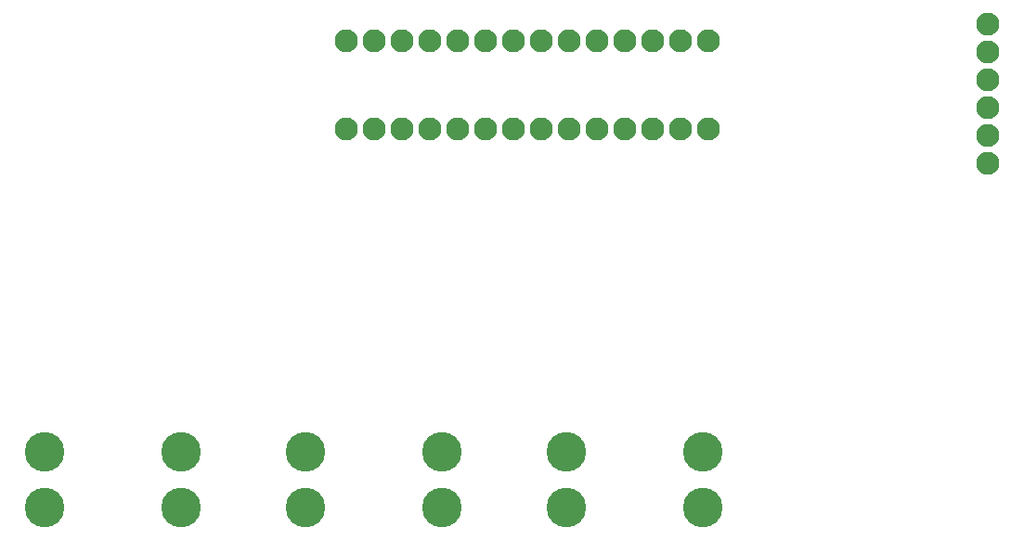
<source format=gbs>
G04 Layer: BottomSolderMaskLayer*
G04 EasyEDA v6.5.22, 2024-08-28 16:03:03*
G04 fc1e3732016e4acc899c86b879ae2791,10*
G04 Gerber Generator version 0.2*
G04 Scale: 100 percent, Rotated: No, Reflected: No *
G04 Dimensions in millimeters *
G04 leading zeros omitted , absolute positions ,4 integer and 5 decimal *
%FSLAX45Y45*%
%MOMM*%

%ADD10C,2.1016*%
%ADD11C,3.6016*%

%LPD*%
D10*
G01*
X3348990Y3999992D03*
G01*
X3602990Y3999992D03*
G01*
X3856990Y3999992D03*
G01*
X4110990Y3999992D03*
G01*
X4364990Y3999992D03*
G01*
X4618990Y3999992D03*
G01*
X4872990Y3999992D03*
G01*
X5126990Y3999992D03*
G01*
X5380990Y3999992D03*
G01*
X5634990Y3999992D03*
G01*
X5888990Y3999992D03*
G01*
X6142990Y3999992D03*
G01*
X6396990Y3999992D03*
G01*
X6650990Y3999992D03*
G01*
X3348990Y4799990D03*
G01*
X3602990Y4799990D03*
G01*
X3856990Y4799990D03*
G01*
X4110990Y4799990D03*
G01*
X4364990Y4799990D03*
G01*
X4618990Y4799990D03*
G01*
X4872990Y4799990D03*
G01*
X5126990Y4799990D03*
G01*
X5380990Y4799990D03*
G01*
X5634990Y4799990D03*
G01*
X5888990Y4799990D03*
G01*
X6142990Y4799990D03*
G01*
X6396990Y4799990D03*
G01*
X6650990Y4799990D03*
G01*
X9204375Y3688664D03*
G01*
X9204375Y3942664D03*
G01*
X9204375Y4196664D03*
G01*
X9204375Y4450664D03*
G01*
X9204375Y4704664D03*
G01*
X9204375Y4958664D03*
D11*
G01*
X5354827Y1054100D03*
G01*
X6605015Y1054100D03*
G01*
X5354827Y546100D03*
G01*
X6605015Y546100D03*
G01*
X2974847Y1054100D03*
G01*
X4225036Y1054100D03*
G01*
X2974847Y546100D03*
G01*
X4225036Y546100D03*
G01*
X594868Y1054100D03*
G01*
X1845055Y1054100D03*
G01*
X594868Y546100D03*
G01*
X1845055Y546100D03*
M02*

</source>
